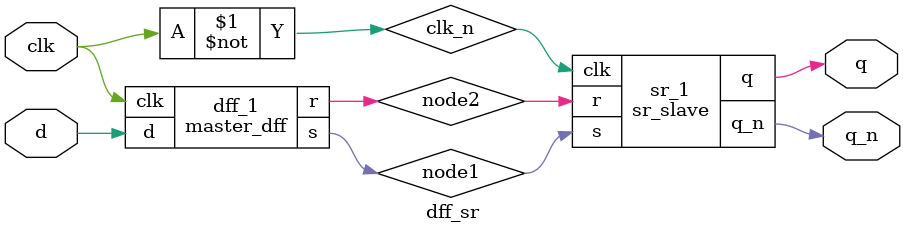
<source format=v>

module sr_slave (	q, q_n, s, r, clk	)	;

output	q	;
output	q_n	;
input	s	;
input	r	;
input	clk	;

wire	node1	;
wire	node2	;

nand	NAND_1(	node1, s, clk	)	;	// node1
nand	NAND_2(	node2, r, clk	)	;	// node2
nand	NAND_3( q, node1, q_n	)	;	// q
nand	NAND_4(	q_n, q, node2	)	;	// q_n

endmodule

module master_dff (	s, r, d, clk		)	;

output	s	;
output	r	;
input	d	;
input	clk	;

wire	d_n	;

not 		NOT_1		(	d_n, d	)	;
sr_slave	sr_1	(	s, r, d, d_n, clk	)	;

endmodule

module dff_sr(	q, q_n, d, clk	)	;	// "negative" edge triggerd d flip flop

output	q	;
output	q_n	;
input	d	;
input	clk	;

wire	node1	;
wire	node2	;
wire	clk_n	;

not	NOT_1	(	clk_n, clk		)	;
master_dff	dff_1	(	node1, node2, d, clk	)	;
sr_slave	sr_1	(	q, q_n, node1, node2, clk_n	);

endmodule

</source>
